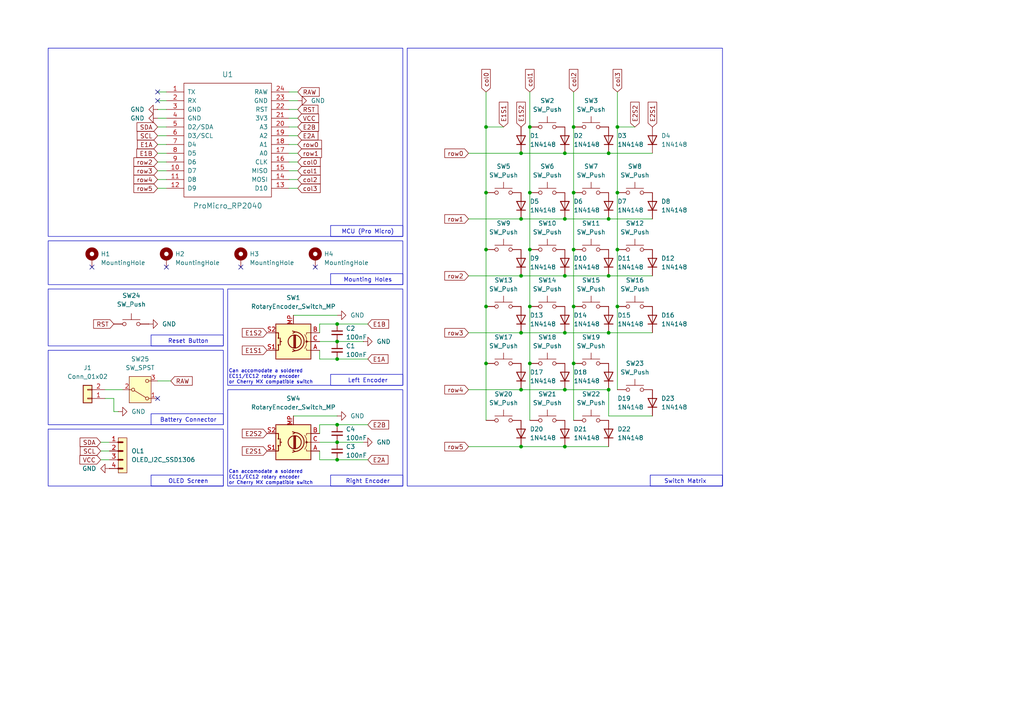
<source format=kicad_sch>
(kicad_sch (version 20231120) (generator "eeschema") (generator_version "8.0")
  (paper "A4")
  (lib_symbols
    (symbol "Connector_Generic:Conn_01x02" (pin_names (offset 1.016) hide)
      (property "Reference" "J" (at 0 2.54 0))
      (property "Value" "Conn_01x02" (at 0 -5.08 0))
      (symbol "Conn_01x02_1_1"
        (rectangle (start -1.27 -2.413) (end 0 -2.667) (stroke (width 0.1524)))
        (rectangle (start -1.27 0.127) (end 0 -0.127) (stroke (width 0.1524)))
        (rectangle (start -1.27 1.27) (end 1.27 -3.81) (stroke (width 0.254)) (fill (type background)))
        (pin passive line (at -5.08 0 0) (length 3.81) (name "Pin_1") (number "1"))
        (pin passive line (at -5.08 -2.54 0) (length 3.81) (name "Pin_2") (number "2"))
      )
    )
    (symbol "Device:C_Small" (pin_numbers hide) (pin_names (offset 0.254) hide)
      (property "Reference" "C" (at 0.254 1.778 0))
      (property "Value" "C_Small" (at 0.254 -2.032 0))
      (symbol "C_Small_0_1"
        (polyline (pts (xy -1.524 -0.508) (xy 1.524 -0.508)) (stroke (width 0.3302)))
        (polyline (pts (xy -1.524 0.508) (xy 1.524 0.508)) (stroke (width 0.3048)))
      )
      (symbol "C_Small_1_1"
        (pin passive line (at 0 2.54 270) (length 2.032) (name "~") (number "1"))
        (pin passive line (at 0 -2.54 90) (length 2.032) (name "~") (number "2"))
      )
    )
    (symbol "Device:RotaryEncoder_Switch_MP" (pin_names (offset 0.254) hide)
      (property "Reference" "SW" (at 0 8.89 0))
      (property "Value" "RotaryEncoder_Switch_MP" (at 0 6.35 0))
      (symbol "RotaryEncoder_Switch_MP_0_1"
        (rectangle (start -5.08 5.08) (end 5.08 -5.08) (stroke (width 0.254)) (fill (type background)))
        (circle (center -3.81 0) (radius 0.254) (fill (type outline)))
        (circle (center -0.381 0) (radius 1.905) (stroke (width 0.254)))
        (arc (start -0.381 2.667) (mid -3.0988 -0.0635) (end -0.381 -2.794) (stroke (width 0.254)))
        (polyline (pts (xy -0.635 -1.778) (xy -0.635 1.778)) (stroke (width 0.254)))
        (polyline (pts (xy -0.381 -1.778) (xy -0.381 1.778)) (stroke (width 0.254)))
        (polyline (pts (xy -0.127 1.778) (xy -0.127 -1.778)) (stroke (width 0.254)))
        (polyline (pts (xy 3.81 0) (xy 3.429 0)) (stroke (width 0.254)))
        (polyline (pts (xy 3.81 1.016) (xy 3.81 -1.016)) (stroke (width 0.254)))
        (polyline (pts (xy -5.08 -2.54) (xy -3.81 -2.54) (xy -3.81 -2.032)))
        (polyline (pts (xy -5.08 2.54) (xy -3.81 2.54) (xy -3.81 2.032)))
        (polyline (pts (xy 0.254 -3.048) (xy -0.508 -2.794) (xy 0.127 -2.413)) (stroke (width 0.254)))
        (polyline (pts (xy 0.254 2.921) (xy -0.508 2.667) (xy 0.127 2.286)) (stroke (width 0.254)))
        (polyline (pts (xy 5.08 -2.54) (xy 4.318 -2.54) (xy 4.318 -1.016)) (stroke (width 0.254)))
        (polyline (pts (xy 5.08 2.54) (xy 4.318 2.54) (xy 4.318 1.016)) (stroke (width 0.254)))
        (polyline (pts (xy -5.08 0) (xy -3.81 0) (xy -3.81 -1.016) (xy -3.302 -2.032)))
        (polyline (pts (xy -4.318 0) (xy -3.81 0) (xy -3.81 1.016) (xy -3.302 2.032)))
        (circle (center 4.318 -1.016) (radius 0.127) (stroke (width 0.254)))
        (circle (center 4.318 1.016) (radius 0.127) (stroke (width 0.254)))
      )
      (symbol "RotaryEncoder_Switch_MP_1_1"
        (pin passive line (at -7.62 2.54 0) (length 2.54) (name "A") (number "A"))
        (pin passive line (at -7.62 -2.54 0) (length 2.54) (name "B") (number "B"))
        (pin passive line (at -7.62 0 0) (length 2.54) (name "C") (number "C"))
        (pin passive line (at 0 -7.62 90) (length 2.54) (name "MP") (number "MP"))
        (pin passive line (at 7.62 2.54 180) (length 2.54) (name "S1") (number "S1"))
        (pin passive line (at 7.62 -2.54 180) (length 2.54) (name "S2") (number "S2"))
      )
    )
    (symbol "Diode:1N4148" (pin_numbers hide) (pin_names hide)
      (property "Reference" "D" (at 0 2.54 0))
      (property "Value" "1N4148" (at 0 -2.54 0))
      (symbol "1N4148_0_1"
        (polyline (pts (xy -1.27 1.27) (xy -1.27 -1.27)) (stroke (width 0.254)))
        (polyline (pts (xy 1.27 0) (xy -1.27 0)))
        (polyline (pts (xy 1.27 1.27) (xy 1.27 -1.27) (xy -1.27 0) (xy 1.27 1.27)) (stroke (width 0.254)))
      )
      (symbol "1N4148_1_1"
        (pin passive line (at -3.81 0 0) (length 2.54) (name "K") (number "1"))
        (pin passive line (at 3.81 0 180) (length 2.54) (name "A") (number "2"))
      )
    )
    (symbol "LKBD_MCU:ProMicro_RP2040" (pin_names (offset 1.016))
      (property "Reference" "U" (at 0 19.05 0))
      (property "Value" "ProMicro_RP2040" (at 0 -19.05 0))
      (symbol "ProMicro_RP2040_0_1"
        (rectangle (start -12.7 16.51) (end 12.7 -16.51))
      )
      (symbol "ProMicro_RP2040_1_1"
        (pin bidirectional line (at -17.78 13.97 0) (length 5.08) (name "TX") (number "1"))
        (pin bidirectional line (at -17.78 -8.89 0) (length 5.08) (name "D7") (number "10"))
        (pin bidirectional line (at -17.78 -11.43 0) (length 5.08) (name "D8") (number "11"))
        (pin bidirectional line (at -17.78 -13.97 0) (length 5.08) (name "D9") (number "12"))
        (pin bidirectional line (at 17.78 -13.97 180) (length 5.08) (name "D10") (number "13"))
        (pin bidirectional line (at 17.78 -11.43 180) (length 5.08) (name "MOSI") (number "14"))
        (pin bidirectional line (at 17.78 -8.89 180) (length 5.08) (name "MISO") (number "15"))
        (pin bidirectional line (at 17.78 -6.35 180) (length 5.08) (name "CLK") (number "16"))
        (pin bidirectional line (at 17.78 -3.81 180) (length 5.08) (name "A0") (number "17"))
        (pin bidirectional line (at 17.78 -1.27 180) (length 5.08) (name "A1") (number "18"))
        (pin bidirectional line (at 17.78 1.27 180) (length 5.08) (name "A2") (number "19"))
        (pin bidirectional line (at -17.78 11.43 0) (length 5.08) (name "RX") (number "2"))
        (pin bidirectional line (at 17.78 3.81 180) (length 5.08) (name "A3") (number "20"))
        (pin power_in line (at 17.78 6.35 180) (length 5.08) (name "3V3") (number "21"))
        (pin input line (at 17.78 8.89 180) (length 5.08) (name "RST") (number "22"))
        (pin power_in line (at 17.78 11.43 180) (length 5.08) (name "GND") (number "23"))
        (pin power_out line (at 17.78 13.97 180) (length 5.08) (name "RAW") (number "24"))
        (pin power_in line (at -17.78 8.89 0) (length 5.08) (name "GND") (number "3"))
        (pin power_in line (at -17.78 6.35 0) (length 5.08) (name "GND") (number "4"))
        (pin bidirectional line (at -17.78 3.81 0) (length 5.08) (name "D2/SDA") (number "5"))
        (pin bidirectional line (at -17.78 1.27 0) (length 5.08) (name "D3/SCL") (number "6"))
        (pin bidirectional line (at -17.78 -1.27 0) (length 5.08) (name "D4") (number "7"))
        (pin bidirectional line (at -17.78 -3.81 0) (length 5.08) (name "D5") (number "8"))
        (pin bidirectional line (at -17.78 -6.35 0) (length 5.08) (name "D6") (number "9"))
      )
    )
    (symbol "Mechanical:MountingHole_Pad" (pin_numbers hide) (pin_names (offset 1.016) hide) (exclude_from_sim yes) (in_bom no)
      (property "Reference" "H" (at 0 6.35 0))
      (property "Value" "MountingHole_Pad" (at 0 4.445 0))
      (symbol "MountingHole_Pad_0_1"
        (circle (center 0 1.27) (radius 1.27) (stroke (width 1.27)))
      )
      (symbol "MountingHole_Pad_1_1"
        (pin input line (at 0 -2.54 90) (length 2.54) (name "1") (number "1"))
      )
    )
    (symbol "PCM_SL_Pin_Headers:PINHD_1x4_Male"
      (property "Reference" "J" (at 0 8.89 0))
      (property "Value" "PINHD_1x4_Male" (at 0 6.35 0))
      (symbol "PINHD_1x4_Male_0_1"
        (rectangle (start -1.27 5.08) (end 1.27 -5.08) (fill (type background)))
        (polyline (pts (xy -1.27 -3.81) (xy 0 -3.81)) (stroke (width 0.3)))
        (polyline (pts (xy -1.27 -3.81) (xy 0 -3.81)) (stroke (width 0.5)))
        (polyline (pts (xy -1.27 -1.27) (xy 0 -1.27)) (stroke (width 0.3)))
        (polyline (pts (xy -1.27 -1.27) (xy 0 -1.27)) (stroke (width 0.5)))
        (polyline (pts (xy -1.27 1.27) (xy 0 1.27)) (stroke (width 0.3)))
        (polyline (pts (xy -1.27 1.27) (xy 0 1.27)) (stroke (width 0.5)))
        (polyline (pts (xy -1.27 3.81) (xy 0 3.81)) (stroke (width 0.3)))
        (polyline (pts (xy -1.27 3.81) (xy 0 3.81)) (stroke (width 0.5)))
      )
      (symbol "PINHD_1x4_Male_1_1"
        (pin passive line (at -3.81 3.81 0) (length 2.54) (name "") (number "1"))
        (pin passive line (at -3.81 1.27 0) (length 2.54) (name "") (number "2"))
        (pin passive line (at -3.81 -1.27 0) (length 2.54) (name "") (number "3"))
        (pin passive line (at -3.81 -3.81 0) (length 2.54) (name "") (number "4"))
      )
    )
    (symbol "Switch:SW_Push" (pin_numbers hide) (pin_names (offset 1.016) hide)
      (property "Reference" "SW" (at 1.27 2.54 0))
      (property "Value" "SW_Push" (at 0 -1.524 0))
      (symbol "SW_Push_0_1"
        (circle (center -2.032 0) (radius 0.508))
        (polyline (pts (xy 0 1.27) (xy 0 3.048)))
        (polyline (pts (xy 2.54 1.27) (xy -2.54 1.27)))
        (circle (center 2.032 0) (radius 0.508))
        (pin passive line (at -5.08 0 0) (length 2.54) (name "1") (number "1"))
        (pin passive line (at 5.08 0 180) (length 2.54) (name "2") (number "2"))
      )
    )
    (symbol "Switch:SW_SPDT" (pin_names (offset 0) hide)
      (property "Reference" "SW" (at 0 5.08 0))
      (property "Value" "SW_SPDT" (at 0 -5.08 0))
      (symbol "SW_SPDT_0_1"
        (circle (center -2.032 0) (radius 0.4572))
        (polyline (pts (xy -1.651 0.254) (xy 1.651 2.286)))
        (circle (center 2.032 -2.54) (radius 0.4572))
        (circle (center 2.032 2.54) (radius 0.4572))
      )
      (symbol "SW_SPDT_1_1"
        (rectangle (start -3.175 3.81) (end 3.175 -3.81) (fill (type background)))
        (pin passive line (at 5.08 2.54 180) (length 2.54) (name "A") (number "1"))
        (pin passive line (at -5.08 0 0) (length 2.54) (name "B") (number "2"))
        (pin passive line (at 5.08 -2.54 180) (length 2.54) (name "C") (number "3"))
      )
    )
    (symbol "power:GND" (power) (pin_numbers hide) (pin_names (offset 0) hide)
      (property "Value" "GND" (at 0 -3.81 0))
      (symbol "GND_0_1"
        (polyline (pts (xy 0 0) (xy 0 -1.27) (xy 1.27 -1.27) (xy 0 -2.54) (xy -1.27 -1.27) (xy 0 -1.27)))
      )
      (symbol "GND_1_1"
        (pin power_in line (at 0 0 270) (length 0) (name "~") (number "1"))
      )
    )
  )
  (junction (at 97.79 104.14))
  (junction (at 140.97 72.39))
  (junction (at 140.97 36.83))
  (junction (at 153.67 55.88))
  (junction (at 151.13 63.5))
  (junction (at 179.07 55.88))
  (junction (at 140.97 105.41))
  (junction (at 163.83 96.52))
  (junction (at 151.13 113.03))
  (junction (at 97.79 133.35))
  (junction (at 153.67 105.41))
  (junction (at 163.83 44.45))
  (junction (at 176.53 96.52))
  (junction (at 166.37 88.9))
  (junction (at 97.79 99.06))
  (junction (at 163.83 113.03))
  (junction (at 140.97 88.9))
  (junction (at 97.79 123.19))
  (junction (at 176.53 44.45))
  (junction (at 140.97 55.88))
  (junction (at 179.07 72.39))
  (junction (at 179.07 36.83))
  (junction (at 151.13 96.52))
  (junction (at 176.53 63.5))
  (junction (at 179.07 88.9))
  (junction (at 153.67 72.39))
  (junction (at 166.37 105.41))
  (junction (at 176.53 80.01))
  (junction (at 166.37 72.39))
  (junction (at 151.13 44.45))
  (junction (at 163.83 63.5))
  (junction (at 97.79 128.27))
  (junction (at 166.37 55.88))
  (junction (at 153.67 36.83))
  (junction (at 151.13 129.54))
  (junction (at 163.83 80.01))
  (junction (at 166.37 36.83))
  (junction (at 151.13 80.01))
  (junction (at 163.83 129.54))
  (junction (at 97.79 93.98))
  (junction (at 153.67 88.9))
  (junction (at 176.53 113.03))
  (no_connect (at 48.26 77.47))
  (no_connect (at 45.72 26.67))
  (no_connect (at 26.67 77.47))
  (no_connect (at 91.44 77.47))
  (no_connect (at 45.72 115.57))
  (no_connect (at 45.72 29.21))
  (no_connect (at 69.85 77.47))
  (wire (pts (xy 179.07 55.88) (xy 179.07 72.39)))
  (wire (pts (xy 92.71 99.06) (xy 97.79 99.06)))
  (wire (pts (xy 163.83 96.52) (xy 151.13 96.52)))
  (wire (pts (xy 163.83 63.5) (xy 151.13 63.5)))
  (wire (pts (xy 92.71 101.6) (xy 92.71 104.14)))
  (wire (pts (xy 151.13 63.5) (xy 135.89 63.5)))
  (wire (pts (xy 45.72 34.29) (xy 48.26 34.29)))
  (wire (pts (xy 92.71 133.35) (xy 97.79 133.35)))
  (wire (pts (xy 92.71 125.73) (xy 92.71 123.19)))
  (wire (pts (xy 153.67 105.41) (xy 153.67 121.92)))
  (wire (pts (xy 97.79 133.35) (xy 106.68 133.35)))
  (wire (pts (xy 140.97 88.9) (xy 140.97 105.41)))
  (wire (pts (xy 140.97 26.67) (xy 140.97 36.83)))
  (wire (pts (xy 45.72 36.83) (xy 48.26 36.83)))
  (wire (pts (xy 176.53 120.65) (xy 189.23 120.65)))
  (wire (pts (xy 176.53 113.03) (xy 163.83 113.03)))
  (wire (pts (xy 140.97 72.39) (xy 140.97 88.9)))
  (wire (pts (xy 105.41 128.27) (xy 97.79 128.27)))
  (wire (pts (xy 166.37 105.41) (xy 166.37 121.92)))
  (wire (pts (xy 176.53 44.45) (xy 163.83 44.45)))
  (wire (pts (xy 153.67 88.9) (xy 153.67 105.41)))
  (wire (pts (xy 86.36 41.91) (xy 83.82 41.91)))
  (wire (pts (xy 29.21 133.35) (xy 31.75 133.35)))
  (wire (pts (xy 176.53 129.54) (xy 163.83 129.54)))
  (wire (pts (xy 86.36 44.45) (xy 83.82 44.45)))
  (wire (pts (xy 176.53 63.5) (xy 189.23 63.5)))
  (wire (pts (xy 45.72 39.37) (xy 48.26 39.37)))
  (wire (pts (xy 166.37 26.67) (xy 166.37 36.83)))
  (wire (pts (xy 45.72 49.53) (xy 48.26 49.53)))
  (wire (pts (xy 33.02 119.38) (xy 34.29 119.38)))
  (wire (pts (xy 176.53 96.52) (xy 163.83 96.52)))
  (wire (pts (xy 140.97 55.88) (xy 140.97 72.39)))
  (wire (pts (xy 140.97 36.83) (xy 140.97 55.88)))
  (wire (pts (xy 97.79 123.19) (xy 106.68 123.19)))
  (wire (pts (xy 153.67 36.83) (xy 153.67 55.88)))
  (wire (pts (xy 30.48 113.03) (xy 35.56 113.03)))
  (wire (pts (xy 166.37 55.88) (xy 166.37 72.39)))
  (wire (pts (xy 163.83 129.54) (xy 151.13 129.54)))
  (wire (pts (xy 179.07 36.83) (xy 179.07 55.88)))
  (wire (pts (xy 166.37 72.39) (xy 166.37 88.9)))
  (wire (pts (xy 33.02 119.38) (xy 33.02 115.57)))
  (wire (pts (xy 153.67 55.88) (xy 153.67 72.39)))
  (wire (pts (xy 166.37 88.9) (xy 166.37 105.41)))
  (wire (pts (xy 166.37 36.83) (xy 166.37 55.88)))
  (wire (pts (xy 45.72 41.91) (xy 48.26 41.91)))
  (wire (pts (xy 163.83 113.03) (xy 151.13 113.03)))
  (wire (pts (xy 45.72 26.67) (xy 48.26 26.67)))
  (wire (pts (xy 179.07 88.9) (xy 179.07 113.03)))
  (wire (pts (xy 45.72 44.45) (xy 48.26 44.45)))
  (wire (pts (xy 92.71 130.81) (xy 92.71 133.35)))
  (wire (pts (xy 163.83 44.45) (xy 151.13 44.45)))
  (wire (pts (xy 33.02 115.57) (xy 30.48 115.57)))
  (wire (pts (xy 45.72 110.49) (xy 49.53 110.49)))
  (wire (pts (xy 86.36 26.67) (xy 83.82 26.67)))
  (wire (pts (xy 151.13 80.01) (xy 135.89 80.01)))
  (wire (pts (xy 86.36 36.83) (xy 83.82 36.83)))
  (wire (pts (xy 97.79 91.44) (xy 85.09 91.44)))
  (wire (pts (xy 140.97 36.83) (xy 146.05 36.83)))
  (wire (pts (xy 151.13 129.54) (xy 135.89 129.54)))
  (wire (pts (xy 140.97 105.41) (xy 140.97 121.92)))
  (wire (pts (xy 153.67 26.67) (xy 153.67 36.83)))
  (wire (pts (xy 86.36 29.21) (xy 83.82 29.21)))
  (wire (pts (xy 184.15 36.83) (xy 179.07 36.83)))
  (wire (pts (xy 176.53 80.01) (xy 189.23 80.01)))
  (wire (pts (xy 86.36 31.75) (xy 83.82 31.75)))
  (wire (pts (xy 92.71 96.52) (xy 92.71 93.98)))
  (wire (pts (xy 29.21 128.27) (xy 31.75 128.27)))
  (wire (pts (xy 92.71 123.19) (xy 97.79 123.19)))
  (wire (pts (xy 86.36 49.53) (xy 83.82 49.53)))
  (wire (pts (xy 83.82 52.07) (xy 86.36 52.07)))
  (wire (pts (xy 86.36 34.29) (xy 83.82 34.29)))
  (wire (pts (xy 176.53 80.01) (xy 163.83 80.01)))
  (wire (pts (xy 86.36 39.37) (xy 83.82 39.37)))
  (wire (pts (xy 97.79 104.14) (xy 106.68 104.14)))
  (wire (pts (xy 176.53 63.5) (xy 163.83 63.5)))
  (wire (pts (xy 45.72 52.07) (xy 48.26 52.07)))
  (wire (pts (xy 105.41 99.06) (xy 97.79 99.06)))
  (wire (pts (xy 176.53 120.65) (xy 176.53 113.03)))
  (wire (pts (xy 92.71 104.14) (xy 97.79 104.14)))
  (wire (pts (xy 97.79 120.65) (xy 85.09 120.65)))
  (wire (pts (xy 163.83 80.01) (xy 151.13 80.01)))
  (wire (pts (xy 45.72 46.99) (xy 48.26 46.99)))
  (wire (pts (xy 151.13 96.52) (xy 135.89 96.52)))
  (wire (pts (xy 153.67 72.39) (xy 153.67 88.9)))
  (wire (pts (xy 176.53 96.52) (xy 189.23 96.52)))
  (wire (pts (xy 45.72 54.61) (xy 48.26 54.61)))
  (wire (pts (xy 29.21 130.81) (xy 31.75 130.81)))
  (wire (pts (xy 151.13 44.45) (xy 135.89 44.45)))
  (wire (pts (xy 92.71 128.27) (xy 97.79 128.27)))
  (wire (pts (xy 45.72 31.75) (xy 48.26 31.75)))
  (wire (pts (xy 83.82 54.61) (xy 86.36 54.61)))
  (wire (pts (xy 151.13 113.03) (xy 135.89 113.03)))
  (wire (pts (xy 92.71 93.98) (xy 97.79 93.98)))
  (wire (pts (xy 97.79 93.98) (xy 106.68 93.98)))
  (wire (pts (xy 86.36 46.99) (xy 83.82 46.99)))
  (wire (pts (xy 176.53 44.45) (xy 189.23 44.45)))
  (wire (pts (xy 179.07 26.67) (xy 179.07 36.83)))
  (wire (pts (xy 179.07 72.39) (xy 179.07 88.9)))
  (wire (pts (xy 45.72 29.21) (xy 48.26 29.21)))
  (rectangle (start 13.97 69.85) (end 116.84 82.55))
  (rectangle (start 95.885 79.375) (end 116.84 82.55))
  (rectangle (start 118.11 13.97) (end 209.55 140.97))
  (rectangle (start 43.815 120.015) (end 64.77 123.19))
  (rectangle (start 13.97 13.97) (end 116.84 68.58))
  (rectangle (start 13.97 101.6) (end 64.77 123.19))
  (rectangle (start 43.815 97.155) (end 64.77 100.33))
  (rectangle (start 188.595 137.795) (end 209.55 140.97))
  (rectangle (start 43.815 137.795) (end 64.77 140.97))
  (rectangle (start 13.97 124.46) (end 64.77 140.97))
  (rectangle (start 95.885 137.795) (end 116.84 140.97))
  (rectangle (start 13.97 83.82) (end 64.77 100.33))
  (rectangle (start 95.885 108.585) (end 116.84 111.76))
  (rectangle (start 95.885 65.405) (end 116.84 68.58))
  (rectangle (start 66.04 113.03) (end 116.84 140.97))
  (rectangle (start 66.04 83.82) (end 116.84 111.76))
  (text "Mounting Holes" (at 106.68 81.28 0) (effects (font (size 1.2 1.2))))
  (text "OLED Screen" (at 54.61 139.7 0) (effects (font (size 1.2 1.2))))
  (text "Reset Button" (at 54.61 99.06 0) (effects (font (size 1.2 1.2))))
  (text "MCU (Pro Micro)\n" (at 106.68 67.31 0) (effects (font (size 1.2 1.2))))
  (text "Right Encoder" (at 106.68 139.7 0) (effects (font (size 1.2 1.2))))
  (text "Left Encoder" (at 106.68 110.49 0) (effects (font (size 1.2 1.2))))
  (text "Can accomodate a soldered\nEC11/EC12 rotary encoder\nor Cherry MX compatible switch" (at 66.294 111.506 0) (effects (font (size 1 1)) (justify left bottom)))
  (text "Switch Matrix" (at 198.755 139.7 0) (effects (font (size 1.2 1.2))))
  (text "Battery Connector" (at 54.61 121.92 0) (effects (font (size 1.2 1.2))))
  (text "Can accomodate a soldered\nEC11/EC12 rotary encoder\nor Cherry MX compatible switch" (at 66.294 140.716 0) (effects (font (size 1 1)) (justify left bottom)))
  (global_label "SCL" (shape input) (at 45.72 39.37 180) (property "Intersheetrefs" "${INTERSHEET_REFS}" (effects (hide yes))))
  (global_label "E2S1" (shape input) (at 189.23 36.83 90) (property "Intersheetrefs" "${INTERSHEET_REFS}" (effects (hide yes))))
  (global_label "col3" (shape input) (at 179.07 26.67 90) (property "Intersheetrefs" "${INTERSHEET_REFS}" (effects (hide yes))))
  (global_label "VCC" (shape input) (at 29.21 133.35 180) (property "Intersheetrefs" "${INTERSHEET_REFS}" (effects (hide yes))))
  (global_label "row0" (shape input) (at 135.89 44.45 180) (property "Intersheetrefs" "${INTERSHEET_REFS}" (effects (hide yes))))
  (global_label "E1A" (shape input) (at 45.72 41.91 180) (property "Intersheetrefs" "${INTERSHEET_REFS}" (effects (hide yes))))
  (global_label "RST" (shape input) (at 86.36 31.75 0) (property "Intersheetrefs" "${INTERSHEET_REFS}" (effects (hide yes))))
  (global_label "row1" (shape input) (at 135.89 63.5 180) (property "Intersheetrefs" "${INTERSHEET_REFS}" (effects (hide yes))))
  (global_label "RAW" (shape input) (at 86.36 26.67 0) (property "Intersheetrefs" "${INTERSHEET_REFS}" (effects (hide yes))))
  (global_label "col1" (shape input) (at 153.67 26.67 90) (property "Intersheetrefs" "${INTERSHEET_REFS}" (effects (hide yes))))
  (global_label "col1" (shape input) (at 86.36 49.53 0) (property "Intersheetrefs" "${INTERSHEET_REFS}" (effects (hide yes))))
  (global_label "row3" (shape input) (at 135.89 96.52 180) (property "Intersheetrefs" "${INTERSHEET_REFS}" (effects (hide yes))))
  (global_label "RAW" (shape input) (at 49.53 110.49 0) (property "Intersheetrefs" "${INTERSHEET_REFS}" (effects (hide yes))))
  (global_label "row0" (shape input) (at 86.36 41.91 0) (property "Intersheetrefs" "${INTERSHEET_REFS}" (effects (hide yes))))
  (global_label "col2" (shape input) (at 166.37 26.67 90) (property "Intersheetrefs" "${INTERSHEET_REFS}" (effects (hide yes))))
  (global_label "row5" (shape input) (at 135.89 129.54 180) (property "Intersheetrefs" "${INTERSHEET_REFS}" (effects (hide yes))))
  (global_label "E2S2" (shape input) (at 184.15 36.83 90) (property "Intersheetrefs" "${INTERSHEET_REFS}" (effects (hide yes))))
  (global_label "E1B" (shape input) (at 106.68 93.98 0) (property "Intersheetrefs" "${INTERSHEET_REFS}" (effects (hide yes))))
  (global_label "row4" (shape input) (at 135.89 113.03 180) (property "Intersheetrefs" "${INTERSHEET_REFS}" (effects (hide yes))))
  (global_label "E2A" (shape input) (at 106.68 133.35 0) (property "Intersheetrefs" "${INTERSHEET_REFS}" (effects (hide yes))))
  (global_label "SDA" (shape input) (at 45.72 36.83 180) (property "Intersheetrefs" "${INTERSHEET_REFS}" (effects (hide yes))))
  (global_label "SDA" (shape input) (at 29.21 128.27 180) (property "Intersheetrefs" "${INTERSHEET_REFS}" (effects (hide yes))))
  (global_label "SCL" (shape input) (at 29.21 130.81 180) (property "Intersheetrefs" "${INTERSHEET_REFS}" (effects (hide yes))))
  (global_label "col3" (shape input) (at 86.36 54.61 0) (property "Intersheetrefs" "${INTERSHEET_REFS}" (effects (hide yes))))
  (global_label "E1S2" (shape input) (at 77.47 96.52 180) (property "Intersheetrefs" "${INTERSHEET_REFS}" (effects (hide yes))))
  (global_label "VCC" (shape input) (at 86.36 34.29 0) (property "Intersheetrefs" "${INTERSHEET_REFS}" (effects (hide yes))))
  (global_label "E2A" (shape input) (at 86.36 39.37 0) (property "Intersheetrefs" "${INTERSHEET_REFS}" (effects (hide yes))))
  (global_label "RST" (shape input) (at 33.02 93.98 180) (property "Intersheetrefs" "${INTERSHEET_REFS}" (effects (hide yes))))
  (global_label "E2S1" (shape input) (at 77.47 130.81 180) (property "Intersheetrefs" "${INTERSHEET_REFS}" (effects (hide yes))))
  (global_label "row2" (shape input) (at 135.89 80.01 180) (property "Intersheetrefs" "${INTERSHEET_REFS}" (effects (hide yes))))
  (global_label "col2" (shape input) (at 86.36 52.07 0) (property "Intersheetrefs" "${INTERSHEET_REFS}" (effects (hide yes))))
  (global_label "row4" (shape input) (at 45.72 52.07 180) (property "Intersheetrefs" "${INTERSHEET_REFS}" (effects (hide yes))))
  (global_label "E1S1" (shape input) (at 77.47 101.6 180) (property "Intersheetrefs" "${INTERSHEET_REFS}" (effects (hide yes))))
  (global_label "E1A" (shape input) (at 106.68 104.14 0) (property "Intersheetrefs" "${INTERSHEET_REFS}" (effects (hide yes))))
  (global_label "E1S2" (shape input) (at 151.13 36.83 90) (property "Intersheetrefs" "${INTERSHEET_REFS}" (effects (hide yes))))
  (global_label "E2B" (shape input) (at 86.36 36.83 0) (property "Intersheetrefs" "${INTERSHEET_REFS}" (effects (hide yes))))
  (global_label "row1" (shape input) (at 86.36 44.45 0) (property "Intersheetrefs" "${INTERSHEET_REFS}" (effects (hide yes))))
  (global_label "E2B" (shape input) (at 106.68 123.19 0) (property "Intersheetrefs" "${INTERSHEET_REFS}" (effects (hide yes))))
  (global_label "E2S2" (shape input) (at 77.47 125.73 180) (property "Intersheetrefs" "${INTERSHEET_REFS}" (effects (hide yes))))
  (global_label "row3" (shape input) (at 45.72 49.53 180) (property "Intersheetrefs" "${INTERSHEET_REFS}" (effects (hide yes))))
  (global_label "row5" (shape input) (at 45.72 54.61 180) (property "Intersheetrefs" "${INTERSHEET_REFS}" (effects (hide yes))))
  (global_label "col0" (shape input) (at 140.97 26.67 90) (property "Intersheetrefs" "${INTERSHEET_REFS}" (effects (hide yes))))
  (global_label "E1B" (shape input) (at 45.72 44.45 180) (property "Intersheetrefs" "${INTERSHEET_REFS}" (effects (hide yes))))
  (global_label "col0" (shape input) (at 86.36 46.99 0) (property "Intersheetrefs" "${INTERSHEET_REFS}" (effects (hide yes))))
  (global_label "E1S1" (shape input) (at 146.05 36.83 90) (property "Intersheetrefs" "${INTERSHEET_REFS}" (effects (hide yes))))
  (global_label "row2" (shape input) (at 45.72 46.99 180) (property "Intersheetrefs" "${INTERSHEET_REFS}" (effects (hide yes))))
  (symbol (lib_id "power:GND") (at 105.41 99.06 90) (unit 1)
    (property "Reference" "#PWR010" (effects (hide yes)))
    (property "Value" "GND" (at 109.22 99.0599 90) (effects (justify right)))
    (property "Description" "Power symbol creates a global label with name \"GND\" , ground" (effects (hide yes)))
  )
  (symbol (lib_id "Switch:SW_Push") (at 158.75 105.41 0) (unit 1)
    (property "Reference" "SW18" (at 158.75 97.79 0))
    (property "Value" "SW_Push" (at 158.75 100.33 0))
    (property "Footprint" "LKBD_KeySwitch:SW_MX_HotSwap_THT_sqSilk" (effects (hide yes)))
    (property "Description" "Push button switch, generic, two pins" (effects (hide yes)))
  )
  (symbol (lib_id "Diode:1N4148") (at 176.53 40.64 90) (unit 1)
    (property "Reference" "D3" (at 179.07 39.3699 90) (effects (justify right)))
    (property "Value" "1N4148" (at 179.07 41.9099 90) (effects (justify right)))
    (property "Footprint" "LKBD_Common:Diode_SMD+THT_SOD123_DO35_P7.62mm" (effects (hide yes)))
    (property "Datasheet" "https://assets.nexperia.com/documents/data-sheet/1N4148_1N4448.pdf" (effects (hide yes)))
    (property "Description" "100V 0.15A standard switching diode, DO-35" (effects (hide yes)))
    (property "Sim.Device" "D" (effects (hide yes)))
    (property "Sim.Pins" "1=K 2=A" (effects (hide yes)))
  )
  (symbol (lib_id "Switch:SW_Push") (at 171.45 88.9 0) (unit 1)
    (property "Reference" "SW15" (at 171.45 81.28 0))
    (property "Value" "SW_Push" (at 171.45 83.82 0))
    (property "Footprint" "LKBD_KeySwitch:SW_MX_HotSwap_THT_sqSilk" (effects (hide yes)))
    (property "Description" "Push button switch, generic, two pins" (effects (hide yes)))
  )
  (symbol (lib_id "Diode:1N4148") (at 151.13 40.64 90) (unit 1)
    (property "Reference" "D1" (at 153.67 39.3699 90) (effects (justify right)))
    (property "Value" "1N4148" (at 153.67 41.9099 90) (effects (justify right)))
    (property "Footprint" "LKBD_Common:Diode_SMD+THT_SOD123_DO35_P7.62mm" (effects (hide yes)))
    (property "Datasheet" "https://assets.nexperia.com/documents/data-sheet/1N4148_1N4448.pdf" (effects (hide yes)))
    (property "Description" "100V 0.15A standard switching diode, DO-35" (effects (hide yes)))
    (property "Sim.Device" "D" (effects (hide yes)))
    (property "Sim.Pins" "1=K 2=A" (effects (hide yes)))
  )
  (symbol (lib_id "Diode:1N4148") (at 176.53 92.71 90) (unit 1)
    (property "Reference" "D15" (at 179.07 91.4399 90) (effects (justify right)))
    (property "Value" "1N4148" (at 179.07 93.9799 90) (effects (justify right)))
    (property "Footprint" "LKBD_Common:Diode_SMD+THT_SOD123_DO35_P7.62mm" (effects (hide yes)))
    (property "Datasheet" "https://assets.nexperia.com/documents/data-sheet/1N4148_1N4448.pdf" (effects (hide yes)))
    (property "Description" "100V 0.15A standard switching diode, DO-35" (effects (hide yes)))
    (property "Sim.Device" "D" (effects (hide yes)))
    (property "Sim.Pins" "1=K 2=A" (effects (hide yes)))
  )
  (symbol (lib_id "Diode:1N4148") (at 163.83 92.71 90) (unit 1)
    (property "Reference" "D14" (at 166.37 91.4399 90) (effects (justify right)))
    (property "Value" "1N4148" (at 166.37 93.9799 90) (effects (justify right)))
    (property "Footprint" "LKBD_Common:Diode_SMD+THT_SOD123_DO35_P7.62mm" (effects (hide yes)))
    (property "Datasheet" "https://assets.nexperia.com/documents/data-sheet/1N4148_1N4448.pdf" (effects (hide yes)))
    (property "Description" "100V 0.15A standard switching diode, DO-35" (effects (hide yes)))
    (property "Sim.Device" "D" (effects (hide yes)))
    (property "Sim.Pins" "1=K 2=A" (effects (hide yes)))
  )
  (symbol (lib_id "Switch:SW_Push") (at 171.45 121.92 0) (unit 1)
    (property "Reference" "SW22" (at 171.45 114.3 0))
    (property "Value" "SW_Push" (at 171.45 116.84 0))
    (property "Footprint" "LKBD_KeySwitch:SW_MX_HotSwap_THT_sqSilk" (effects (hide yes)))
    (property "Description" "Push button switch, generic, two pins" (effects (hide yes)))
  )
  (symbol (lib_id "Diode:1N4148") (at 151.13 59.69 90) (unit 1)
    (property "Reference" "D5" (at 153.67 58.4199 90) (effects (justify right)))
    (property "Value" "1N4148" (at 153.67 60.9599 90) (effects (justify right)))
    (property "Footprint" "LKBD_Common:Diode_SMD+THT_SOD123_DO35_P7.62mm" (effects (hide yes)))
    (property "Datasheet" "https://assets.nexperia.com/documents/data-sheet/1N4148_1N4448.pdf" (effects (hide yes)))
    (property "Description" "100V 0.15A standard switching diode, DO-35" (effects (hide yes)))
    (property "Sim.Device" "D" (effects (hide yes)))
    (property "Sim.Pins" "1=K 2=A" (effects (hide yes)))
  )
  (symbol (lib_id "Diode:1N4148") (at 176.53 76.2 90) (unit 1)
    (property "Reference" "D11" (at 179.07 74.9299 90) (effects (justify right)))
    (property "Value" "1N4148" (at 179.07 77.4699 90) (effects (justify right)))
    (property "Footprint" "LKBD_Common:Diode_SMD+THT_SOD123_DO35_P7.62mm" (effects (hide yes)))
    (property "Datasheet" "https://assets.nexperia.com/documents/data-sheet/1N4148_1N4448.pdf" (effects (hide yes)))
    (property "Description" "100V 0.15A standard switching diode, DO-35" (effects (hide yes)))
    (property "Sim.Device" "D" (effects (hide yes)))
    (property "Sim.Pins" "1=K 2=A" (effects (hide yes)))
  )
  (symbol (lib_id "Diode:1N4148") (at 163.83 40.64 90) (unit 1)
    (property "Reference" "D2" (at 166.37 39.3699 90) (effects (justify right)))
    (property "Value" "1N4148" (at 166.37 41.9099 90) (effects (justify right)))
    (property "Footprint" "LKBD_Common:Diode_SMD+THT_SOD123_DO35_P7.62mm" (effects (hide yes)))
    (property "Datasheet" "https://assets.nexperia.com/documents/data-sheet/1N4148_1N4448.pdf" (effects (hide yes)))
    (property "Description" "100V 0.15A standard switching diode, DO-35" (effects (hide yes)))
    (property "Sim.Device" "D" (effects (hide yes)))
    (property "Sim.Pins" "1=K 2=A" (effects (hide yes)))
  )
  (symbol (lib_id "Diode:1N4148") (at 151.13 92.71 90) (unit 1)
    (property "Reference" "D13" (at 153.67 91.4399 90) (effects (justify right)))
    (property "Value" "1N4148" (at 153.67 93.9799 90) (effects (justify right)))
    (property "Footprint" "LKBD_Common:Diode_SMD+THT_SOD123_DO35_P7.62mm" (effects (hide yes)))
    (property "Datasheet" "https://assets.nexperia.com/documents/data-sheet/1N4148_1N4448.pdf" (effects (hide yes)))
    (property "Description" "100V 0.15A standard switching diode, DO-35" (effects (hide yes)))
    (property "Sim.Device" "D" (effects (hide yes)))
    (property "Sim.Pins" "1=K 2=A" (effects (hide yes)))
  )
  (symbol (lib_id "Diode:1N4148") (at 176.53 109.22 90) (unit 1)
    (property "Reference" "D19" (at 179.07 115.5699 90) (effects (justify right)))
    (property "Value" "1N4148" (at 179.07 118.1099 90) (effects (justify right)))
    (property "Footprint" "LKBD_Common:Diode_SMD+THT_SOD123_DO35_P7.62mm" (effects (hide yes)))
    (property "Datasheet" "https://assets.nexperia.com/documents/data-sheet/1N4148_1N4448.pdf" (effects (hide yes)))
    (property "Description" "100V 0.15A standard switching diode, DO-35" (effects (hide yes)))
    (property "Sim.Device" "D" (effects (hide yes)))
    (property "Sim.Pins" "1=K 2=A" (effects (hide yes)))
  )
  (symbol (lib_id "Switch:SW_Push") (at 158.75 55.88 0) (unit 1)
    (property "Reference" "SW6" (at 158.75 48.26 0))
    (property "Value" "SW_Push" (at 158.75 50.8 0))
    (property "Footprint" "LKBD_KeySwitch:SW_MX_HotSwap_THT_sqSilk" (effects (hide yes)))
    (property "Description" "Push button switch, generic, two pins" (effects (hide yes)))
  )
  (symbol (lib_id "Switch:SW_Push") (at 158.75 36.83 0) (unit 1)
    (property "Reference" "SW2" (at 158.75 29.21 0))
    (property "Value" "SW_Push" (at 158.75 31.75 0))
    (property "Footprint" "LKBD_KeySwitch:SW_MX_THT_sqSilk" (effects (hide yes)))
    (property "Description" "Push button switch, generic, two pins" (effects (hide yes)))
  )
  (symbol (lib_id "Switch:SW_Push") (at 171.45 36.83 0) (unit 1)
    (property "Reference" "SW3" (at 171.45 29.21 0))
    (property "Value" "SW_Push" (at 171.45 31.75 0))
    (property "Footprint" "LKBD_KeySwitch:SW_MX_THT_sqSilk" (effects (hide yes)))
    (property "Description" "Push button switch, generic, two pins" (effects (hide yes)))
  )
  (symbol (lib_id "Connector_Generic:Conn_01x02") (at 25.4 115.57 180) (unit 1)
    (property "Reference" "J1" (at 25.4 106.68 0))
    (property "Value" "Conn_01x02" (at 25.4 109.22 0))
    (property "Footprint" "Connector_JST:JST_PH_B2B-PH-K_1x02_P2.00mm_Vertical" (effects (hide yes)))
    (property "Description" "Generic connector, single row, 01x02, script generated (kicad-library-utils/schlib/autogen/connector/)" (effects (hide yes)))
  )
  (symbol (lib_id "Diode:1N4148") (at 151.13 109.22 90) (unit 1)
    (property "Reference" "D17" (at 153.67 107.9499 90) (effects (justify right)))
    (property "Value" "1N4148" (at 153.67 110.4899 90) (effects (justify right)))
    (property "Footprint" "LKBD_Common:Diode_SMD+THT_SOD123_DO35_P7.62mm" (effects (hide yes)))
    (property "Datasheet" "https://assets.nexperia.com/documents/data-sheet/1N4148_1N4448.pdf" (effects (hide yes)))
    (property "Description" "100V 0.15A standard switching diode, DO-35" (effects (hide yes)))
    (property "Sim.Device" "D" (effects (hide yes)))
    (property "Sim.Pins" "1=K 2=A" (effects (hide yes)))
  )
  (symbol (lib_id "Switch:SW_SPDT") (at 40.64 113.03 0) (mirror x) (unit 1)
    (property "Reference" "SW25" (at 40.64 104.14 0))
    (property "Value" "SW_SPST" (at 40.64 106.68 0))
    (property "Footprint" "Button_Switch_SMD:SW_SPDT_PCM12" (effects (hide yes)))
    (property "Description" "Switch, single pole double throw" (effects (hide yes)))
  )
  (symbol (lib_id "Switch:SW_Push") (at 171.45 72.39 0) (unit 1)
    (property "Reference" "SW11" (at 171.45 64.77 0))
    (property "Value" "SW_Push" (at 171.45 67.31 0))
    (property "Footprint" "LKBD_KeySwitch:SW_MX_HotSwap_THT_sqSilk" (effects (hide yes)))
    (property "Description" "Push button switch, generic, two pins" (effects (hide yes)))
  )
  (symbol (lib_id "Diode:1N4148") (at 189.23 76.2 90) (unit 1)
    (property "Reference" "D12" (at 191.77 74.9299 90) (effects (justify right)))
    (property "Value" "1N4148" (at 191.77 77.4699 90) (effects (justify right)))
    (property "Footprint" "LKBD_Common:Diode_SMD+THT_SOD123_DO35_P7.62mm" (effects (hide yes)))
    (property "Datasheet" "https://assets.nexperia.com/documents/data-sheet/1N4148_1N4448.pdf" (effects (hide yes)))
    (property "Description" "100V 0.15A standard switching diode, DO-35" (effects (hide yes)))
    (property "Sim.Device" "D" (effects (hide yes)))
    (property "Sim.Pins" "1=K 2=A" (effects (hide yes)))
  )
  (symbol (lib_id "power:GND") (at 105.41 128.27 90) (unit 1)
    (property "Reference" "#PWR04" (effects (hide yes)))
    (property "Value" "GND" (at 109.22 128.2699 90) (effects (justify right)))
    (property "Description" "Power symbol creates a global label with name \"GND\" , ground" (effects (hide yes)))
  )
  (symbol (lib_id "Diode:1N4148") (at 189.23 116.84 90) (unit 1)
    (property "Reference" "D23" (at 191.77 115.5699 90) (effects (justify right)))
    (property "Value" "1N4148" (at 191.77 118.1099 90) (effects (justify right)))
    (property "Footprint" "LKBD_Common:Diode_SMD+THT_SOD123_DO35_P7.62mm" (effects (hide yes)))
    (property "Datasheet" "https://assets.nexperia.com/documents/data-sheet/1N4148_1N4448.pdf" (effects (hide yes)))
    (property "Description" "100V 0.15A standard switching diode, DO-35" (effects (hide yes)))
    (property "Sim.Device" "D" (effects (hide yes)))
    (property "Sim.Pins" "1=K 2=A" (effects (hide yes)))
  )
  (symbol (lib_id "Device:C_Small") (at 97.79 125.73 0) (unit 1)
    (property "Reference" "C4" (at 100.33 124.4662 0) (effects (justify left)))
    (property "Value" "100nF" (at 100.33 127.0062 0) (effects (justify left)))
    (property "Footprint" "LKBD_Common:Capacitor_SMD+THT_1206_5.0x2.5mm_P5.00mm" (effects (hide yes)))
    (property "Description" "Unpolarized capacitor, small symbol" (effects (hide yes)))
  )
  (symbol (lib_id "power:GND") (at 45.72 34.29 270) (unit 1)
    (property "Reference" "#PWR06" (effects (hide yes)))
    (property "Value" "GND" (at 41.91 34.29 90) (effects (justify right)))
    (property "Description" "Power symbol creates a global label with name \"GND\" , ground" (effects (hide yes)))
  )
  (symbol (lib_id "Switch:SW_Push") (at 158.75 88.9 0) (unit 1)
    (property "Reference" "SW14" (at 158.75 81.28 0))
    (property "Value" "SW_Push" (at 158.75 83.82 0))
    (property "Footprint" "LKBD_KeySwitch:SW_MX_HotSwap_THT_sqSilk" (effects (hide yes)))
    (property "Description" "Push button switch, generic, two pins" (effects (hide yes)))
  )
  (symbol (lib_id "Switch:SW_Push") (at 184.15 88.9 0) (unit 1)
    (property "Reference" "SW16" (at 184.15 81.28 0))
    (property "Value" "SW_Push" (at 184.15 83.82 0))
    (property "Footprint" "LKBD_KeySwitch:SW_MX_HotSwap_THT_sqSilk" (effects (hide yes)))
    (property "Description" "Push button switch, generic, two pins" (effects (hide yes)))
  )
  (symbol (lib_id "Diode:1N4148") (at 163.83 125.73 90) (unit 1)
    (property "Reference" "D21" (at 166.37 124.4599 90) (effects (justify right)))
    (property "Value" "1N4148" (at 166.37 126.9999 90) (effects (justify right)))
    (property "Footprint" "LKBD_Common:Diode_SMD+THT_SOD123_DO35_P7.62mm" (effects (hide yes)))
    (property "Datasheet" "https://assets.nexperia.com/documents/data-sheet/1N4148_1N4448.pdf" (effects (hide yes)))
    (property "Description" "100V 0.15A standard switching diode, DO-35" (effects (hide yes)))
    (property "Sim.Device" "D" (effects (hide yes)))
    (property "Sim.Pins" "1=K 2=A" (effects (hide yes)))
  )
  (symbol (lib_id "Mechanical:MountingHole_Pad") (at 69.85 74.93 0) (unit 1) (exclude_from_sim yes) (in_bom no)
    (property "Reference" "H3" (at 72.39 73.6599 0) (effects (justify left)))
    (property "Value" "MountingHole" (at 72.39 76.1999 0) (effects (justify left)))
    (property "Footprint" "MountingHole:MountingHole_2.2mm_M2_ISO14580_Pad" (effects (hide yes)))
    (property "Description" "Mounting Hole with connection" (effects (hide yes)))
  )
  (symbol (lib_id "Diode:1N4148") (at 163.83 109.22 90) (unit 1)
    (property "Reference" "D18" (at 166.37 107.9499 90) (effects (justify right)))
    (property "Value" "1N4148" (at 166.37 110.4899 90) (effects (justify right)))
    (property "Footprint" "LKBD_Common:Diode_SMD+THT_SOD123_DO35_P7.62mm" (effects (hide yes)))
    (property "Datasheet" "https://assets.nexperia.com/documents/data-sheet/1N4148_1N4448.pdf" (effects (hide yes)))
    (property "Description" "100V 0.15A standard switching diode, DO-35" (effects (hide yes)))
    (property "Sim.Device" "D" (effects (hide yes)))
    (property "Sim.Pins" "1=K 2=A" (effects (hide yes)))
  )
  (symbol (lib_id "Switch:SW_Push") (at 171.45 55.88 0) (unit 1)
    (property "Reference" "SW7" (at 171.45 48.26 0))
    (property "Value" "SW_Push" (at 171.45 50.8 0))
    (property "Footprint" "LKBD_KeySwitch:SW_MX_HotSwap_THT_sqSilk" (effects (hide yes)))
    (property "Description" "Push button switch, generic, two pins" (effects (hide yes)))
  )
  (symbol (lib_id "Diode:1N4148") (at 189.23 40.64 90) (unit 1)
    (property "Reference" "D4" (at 191.77 39.3699 90) (effects (justify right)))
    (property "Value" "1N4148" (at 191.77 41.9099 90) (effects (justify right)))
    (property "Footprint" "LKBD_Common:Diode_SMD+THT_SOD123_DO35_P7.62mm" (effects (hide yes)))
    (property "Datasheet" "https://assets.nexperia.com/documents/data-sheet/1N4148_1N4448.pdf" (effects (hide yes)))
    (property "Description" "100V 0.15A standard switching diode, DO-35" (effects (hide yes)))
    (property "Sim.Device" "D" (effects (hide yes)))
    (property "Sim.Pins" "1=K 2=A" (effects (hide yes)))
  )
  (symbol (lib_id "Diode:1N4148") (at 163.83 59.69 90) (unit 1)
    (property "Reference" "D6" (at 166.37 58.4199 90) (effects (justify right)))
    (property "Value" "1N4148" (at 166.37 60.9599 90) (effects (justify right)))
    (property "Footprint" "LKBD_Common:Diode_SMD+THT_SOD123_DO35_P7.62mm" (effects (hide yes)))
    (property "Datasheet" "https://assets.nexperia.com/documents/data-sheet/1N4148_1N4448.pdf" (effects (hide yes)))
    (property "Description" "100V 0.15A standard switching diode, DO-35" (effects (hide yes)))
    (property "Sim.Device" "D" (effects (hide yes)))
    (property "Sim.Pins" "1=K 2=A" (effects (hide yes)))
  )
  (symbol (lib_id "Mechanical:MountingHole_Pad") (at 26.67 74.93 0) (unit 1) (exclude_from_sim yes) (in_bom no)
    (property "Reference" "H1" (at 29.21 73.66 0) (effects (justify left)))
    (property "Value" "MountingHole" (at 29.21 76.2 0) (effects (justify left)))
    (property "Footprint" "MountingHole:MountingHole_2.2mm_M2_ISO14580_Pad" (effects (hide yes)))
    (property "Description" "Mounting Hole with connection" (effects (hide yes)))
  )
  (symbol (lib_id "Switch:SW_Push") (at 146.05 105.41 0) (unit 1)
    (property "Reference" "SW17" (at 146.05 97.79 0))
    (property "Value" "SW_Push" (at 146.05 100.33 0))
    (property "Footprint" "LKBD_KeySwitch:SW_MX_HotSwap_THT_sqSilk" (effects (hide yes)))
    (property "Description" "Push button switch, generic, two pins" (effects (hide yes)))
  )
  (symbol (lib_id "Switch:SW_Push") (at 158.75 121.92 0) (unit 1)
    (property "Reference" "SW21" (at 158.75 114.3 0))
    (property "Value" "SW_Push" (at 158.75 116.84 0))
    (property "Footprint" "LKBD_KeySwitch:SW_MX_HotSwap_THT_sqSilk" (effects (hide yes)))
    (property "Description" "Push button switch, generic, two pins" (effects (hide yes)))
  )
  (symbol (lib_id "power:GND") (at 86.36 29.21 90) (unit 1)
    (property "Reference" "#PWR03" (effects (hide yes)))
    (property "Value" "GND" (at 90.17 29.21 90) (effects (justify right)))
    (property "Description" "Power symbol creates a global label with name \"GND\" , ground" (effects (hide yes)))
  )
  (symbol (lib_id "Mechanical:MountingHole_Pad") (at 91.44 74.93 0) (unit 1) (exclude_from_sim yes) (in_bom no)
    (property "Reference" "H4" (at 93.98 73.66 0) (effects (justify left)))
    (property "Value" "MountingHole" (at 93.98 76.2 0) (effects (justify left)))
    (property "Footprint" "MountingHole:MountingHole_2.2mm_M2_ISO14580_Pad" (effects (hide yes)))
    (property "Description" "Mounting Hole with connection" (effects (hide yes)))
  )
  (symbol (lib_id "Diode:1N4148") (at 189.23 92.71 90) (unit 1)
    (property "Reference" "D16" (at 191.77 91.4399 90) (effects (justify right)))
    (property "Value" "1N4148" (at 191.77 93.9799 90) (effects (justify right)))
    (property "Footprint" "LKBD_Common:Diode_SMD+THT_SOD123_DO35_P7.62mm" (effects (hide yes)))
    (property "Datasheet" "https://assets.nexperia.com/documents/data-sheet/1N4148_1N4448.pdf" (effects (hide yes)))
    (property "Description" "100V 0.15A standard switching diode, DO-35" (effects (hide yes)))
    (property "Sim.Device" "D" (effects (hide yes)))
    (property "Sim.Pins" "1=K 2=A" (effects (hide yes)))
  )
  (symbol (lib_id "PCM_SL_Pin_Headers:PINHD_1x4_Male") (at 35.56 132.08 0) (unit 1)
    (property "Reference" "OL1" (at 38.1 130.8099 0) (effects (justify left)))
    (property "Value" "OLED_I2C_SSD1306" (at 38.1 133.3499 0) (effects (justify left)))
    (property "Footprint" "LKBD_OLED:OLED_SSD1306_128x32_0.91inch_I2C_btmSilk" (effects (hide yes)))
    (property "Description" "Pin Header male with pin space 2.54mm. Pin Count -4" (effects (hide yes)))
  )
  (symbol (lib_id "Switch:SW_Push") (at 184.15 113.03 0) (unit 1)
    (property "Reference" "SW23" (at 184.15 105.41 0))
    (property "Value" "SW_Push" (at 184.15 107.95 0))
    (property "Footprint" "LKBD_KeySwitch:SW_MX_2U_HotSwap_THT_sqSilk" (effects (hide yes)))
    (property "Description" "Push button switch, generic, two pins" (effects (hide yes)))
  )
  (symbol (lib_id "power:GND") (at 34.29 119.38 90) (unit 1)
    (property "Reference" "#PWR08" (effects (hide yes)))
    (property "Value" "GND" (at 38.1 119.3799 90) (effects (justify right)))
    (property "Description" "Power symbol creates a global label with name \"GND\" , ground" (effects (hide yes)))
  )
  (symbol (lib_id "Device:C_Small") (at 97.79 101.6 0) (unit 1)
    (property "Reference" "C1" (at 100.33 100.3362 0) (effects (justify left)))
    (property "Value" "100nF" (at 100.33 102.8762 0) (effects (justify left)))
    (property "Footprint" "LKBD_Common:Capacitor_SMD+THT_1206_5.0x2.5mm_P5.00mm" (effects (hide yes)))
    (property "Description" "Unpolarized capacitor, small symbol" (effects (hide yes)))
  )
  (symbol (lib_id "Switch:SW_Push") (at 171.45 105.41 0) (unit 1)
    (property "Reference" "SW19" (at 171.45 97.79 0))
    (property "Value" "SW_Push" (at 171.45 100.33 0))
    (property "Footprint" "LKBD_KeySwitch:SW_MX_HotSwap_THT_sqSilk" (effects (hide yes)))
    (property "Description" "Push button switch, generic, two pins" (effects (hide yes)))
  )
  (symbol (lib_id "Switch:SW_Push") (at 146.05 88.9 0) (unit 1)
    (property "Reference" "SW13" (at 146.05 81.28 0))
    (property "Value" "SW_Push" (at 146.05 83.82 0))
    (property "Footprint" "LKBD_KeySwitch:SW_MX_HotSwap_THT_sqSilk" (effects (hide yes)))
    (property "Description" "Push button switch, generic, two pins" (effects (hide yes)))
  )
  (symbol (lib_id "Device:RotaryEncoder_Switch_MP") (at 85.09 128.27 180) (unit 1)
    (property "Reference" "SW4" (at 85.09 115.57 0))
    (property "Value" "RotaryEncoder_Switch_MP" (at 85.09 118.11 0))
    (property "Footprint" "LKBD_KeySwitch:SW_MX_EC11_THT_sqSilk" (effects (hide yes)))
    (property "Description" "Rotary encoder, dual channel, incremental quadrate outputs, with switch and MP Pin" (effects (hide yes)))
  )
  (symbol (lib_id "Switch:SW_Push") (at 146.05 55.88 0) (unit 1)
    (property "Reference" "SW5" (at 146.05 48.26 0))
    (property "Value" "SW_Push" (at 146.05 50.8 0))
    (property "Footprint" "LKBD_KeySwitch:SW_MX_HotSwap_THT_sqSilk" (effects (hide yes)))
    (property "Description" "Push button switch, generic, two pins" (effects (hide yes)))
  )
  (symbol (lib_id "Switch:SW_Push") (at 146.05 121.92 0) (unit 1)
    (property "Reference" "SW20" (at 146.05 114.3 0))
    (property "Value" "SW_Push" (at 146.05 116.84 0))
    (property "Footprint" "LKBD_KeySwitch:SW_MX_HotSwap_THT_sqSilk" (effects (hide yes)))
    (property "Description" "Push button switch, generic, two pins" (effects (hide yes)))
  )
  (symbol (lib_id "Switch:SW_Push") (at 184.15 55.88 0) (unit 1)
    (property "Reference" "SW8" (at 184.15 48.26 0))
    (property "Value" "SW_Push" (at 184.15 50.8 0))
    (property "Footprint" "LKBD_KeySwitch:SW_MX_HotSwap_THT_sqSilk" (effects (hide yes)))
    (property "Description" "Push button switch, generic, two pins" (effects (hide yes)))
  )
  (symbol (lib_id "Switch:SW_Push") (at 38.1 93.98 0) (unit 1)
    (property "Reference" "SW24" (at 38.1 85.725 0))
    (property "Value" "SW_Push" (at 38.1 88.265 0))
    (property "Footprint" "Button_Switch_THT:SW_PUSH_1P1T_6x3.5mm_H4.3_APEM_MJTP1243" (effects (hide yes)))
    (property "Description" "Push button switch, generic, two pins" (effects (hide yes)))
  )
  (symbol (lib_id "Diode:1N4148") (at 176.53 125.73 90) (unit 1)
    (property "Reference" "D22" (at 179.07 124.4599 90) (effects (justify right)))
    (property "Value" "1N4148" (at 179.07 126.9999 90) (effects (justify right)))
    (property "Footprint" "LKBD_Common:Diode_SMD+THT_SOD123_DO35_P7.62mm" (effects (hide yes)))
    (property "Datasheet" "https://assets.nexperia.com/documents/data-sheet/1N4148_1N4448.pdf" (effects (hide yes)))
    (property "Description" "100V 0.15A standard switching diode, DO-35" (effects (hide yes)))
    (property "Sim.Device" "D" (effects (hide yes)))
    (property "Sim.Pins" "1=K 2=A" (effects (hide yes)))
  )
  (symbol (lib_id "power:GND") (at 43.18 93.98 90) (unit 1)
    (property "Reference" "#PWR01" (effects (hide yes)))
    (property "Value" "GND" (at 46.99 93.98 90) (effects (justify right)))
    (property "Description" "Power symbol creates a global label with name \"GND\" , ground" (effects (hide yes)))
  )
  (symbol (lib_id "power:GND") (at 97.79 120.65 90) (unit 1)
    (property "Reference" "#PWR02" (effects (hide yes)))
    (property "Value" "GND" (at 101.6 120.65 90) (effects (justify right)))
    (property "Description" "Power symbol creates a global label with name \"GND\" , ground" (effects (hide yes)))
  )
  (symbol (lib_id "Diode:1N4148") (at 151.13 76.2 90) (unit 1)
    (property "Reference" "D9" (at 153.67 74.9299 90) (effects (justify right)))
    (property "Value" "1N4148" (at 153.67 77.4699 90) (effects (justify right)))
    (property "Footprint" "LKBD_Common:Diode_SMD+THT_SOD123_DO35_P7.62mm" (effects (hide yes)))
    (property "Datasheet" "https://assets.nexperia.com/documents/data-sheet/1N4148_1N4448.pdf" (effects (hide yes)))
    (property "Description" "100V 0.15A standard switching diode, DO-35" (effects (hide yes)))
    (property "Sim.Device" "D" (effects (hide yes)))
    (property "Sim.Pins" "1=K 2=A" (effects (hide yes)))
  )
  (symbol (lib_id "Diode:1N4148") (at 176.53 59.69 90) (unit 1)
    (property "Reference" "D7" (at 179.07 58.4199 90) (effects (justify right)))
    (property "Value" "1N4148" (at 179.07 60.9599 90) (effects (justify right)))
    (property "Footprint" "LKBD_Common:Diode_SMD+THT_SOD123_DO35_P7.62mm" (effects (hide yes)))
    (property "Datasheet" "https://assets.nexperia.com/documents/data-sheet/1N4148_1N4448.pdf" (effects (hide yes)))
    (property "Description" "100V 0.15A standard switching diode, DO-35" (effects (hide yes)))
    (property "Sim.Device" "D" (effects (hide yes)))
    (property "Sim.Pins" "1=K 2=A" (effects (hide yes)))
  )
  (symbol (lib_id "Switch:SW_Push") (at 184.15 72.39 0) (unit 1)
    (property "Reference" "SW12" (at 184.15 64.77 0))
    (property "Value" "SW_Push" (at 184.15 67.31 0))
    (property "Footprint" "LKBD_KeySwitch:SW_MX_HotSwap_THT_sqSilk" (effects (hide yes)))
    (property "Description" "Push button switch, generic, two pins" (effects (hide yes)))
  )
  (symbol (lib_id "Device:C_Small") (at 97.79 130.81 0) (unit 1)
    (property "Reference" "C3" (at 100.33 129.5462 0) (effects (justify left)))
    (property "Value" "100nF" (at 100.33 132.0862 0) (effects (justify left)))
    (property "Footprint" "LKBD_Common:Capacitor_SMD+THT_1206_5.0x2.5mm_P5.00mm" (effects (hide yes)))
    (property "Description" "Unpolarized capacitor, small symbol" (effects (hide yes)))
  )
  (symbol (lib_id "Mechanical:MountingHole_Pad") (at 48.26 74.93 0) (unit 1) (exclude_from_sim yes) (in_bom no)
    (property "Reference" "H2" (at 50.8 73.66 0) (effects (justify left)))
    (property "Value" "MountingHole" (at 50.8 76.2 0) (effects (justify left)))
    (property "Footprint" "MountingHole:MountingHole_2.2mm_M2_ISO14580_Pad" (effects (hide yes)))
    (property "Description" "Mounting Hole with connection" (effects (hide yes)))
  )
  (symbol (lib_id "Diode:1N4148") (at 163.83 76.2 90) (unit 1)
    (property "Reference" "D10" (at 166.37 74.9299 90) (effects (justify right)))
    (property "Value" "1N4148" (at 166.37 77.4699 90) (effects (justify right)))
    (property "Footprint" "LKBD_Common:Diode_SMD+THT_SOD123_DO35_P7.62mm" (effects (hide yes)))
    (property "Datasheet" "https://assets.nexperia.com/documents/data-sheet/1N4148_1N4448.pdf" (effects (hide yes)))
    (property "Description" "100V 0.15A standard switching diode, DO-35" (effects (hide yes)))
    (property "Sim.Device" "D" (effects (hide yes)))
    (property "Sim.Pins" "1=K 2=A" (effects (hide yes)))
  )
  (symbol (lib_id "Switch:SW_Push") (at 158.75 72.39 0) (unit 1)
    (property "Reference" "SW10" (at 158.75 64.77 0))
    (property "Value" "SW_Push" (at 158.75 67.31 0))
    (property "Footprint" "LKBD_KeySwitch:SW_MX_HotSwap_THT_sqSilk" (effects (hide yes)))
    (property "Description" "Push button switch, generic, two pins" (effects (hide yes)))
  )
  (symbol (lib_id "LKBD_MCU:ProMicro_RP2040") (at 66.04 40.64 0) (unit 1)
    (property "Reference" "U1" (at 66.04 21.59 0) (effects (font (size 1.524 1.524))))
    (property "Value" "ProMicro_RP2040" (at 66.04 59.69 0) (effects (font (size 1.524 1.524))))
    (property "Footprint" "LKBD_MCU:MCU_KB2040_DIP-24_Socket_Reverse" (effects (hide yes)))
  )
  (symbol (lib_id "power:GND") (at 45.72 31.75 270) (unit 1)
    (property "Reference" "#PWR05" (effects (hide yes)))
    (property "Value" "GND" (at 41.91 31.75 90) (effects (justify right)))
    (property "Description" "Power symbol creates a global label with name \"GND\" , ground" (effects (hide yes)))
  )
  (symbol (lib_id "Diode:1N4148") (at 189.23 59.69 90) (unit 1)
    (property "Reference" "D8" (at 191.77 58.4199 90) (effects (justify right)))
    (property "Value" "1N4148" (at 191.77 60.9599 90) (effects (justify right)))
    (property "Footprint" "LKBD_Common:Diode_SMD+THT_SOD123_DO35_P7.62mm" (effects (hide yes)))
    (property "Datasheet" "https://assets.nexperia.com/documents/data-sheet/1N4148_1N4448.pdf" (effects (hide yes)))
    (property "Description" "100V 0.15A standard switching diode, DO-35" (effects (hide yes)))
    (property "Sim.Device" "D" (effects (hide yes)))
    (property "Sim.Pins" "1=K 2=A" (effects (hide yes)))
  )
  (symbol (lib_id "power:GND") (at 97.79 91.44 90) (unit 1)
    (property "Reference" "#PWR09" (effects (hide yes)))
    (property "Value" "GND" (at 101.6 91.44 90) (effects (justify right)))
    (property "Description" "Power symbol creates a global label with name \"GND\" , ground" (effects (hide yes)))
  )
  (symbol (lib_id "Switch:SW_Push") (at 146.05 72.39 0) (unit 1)
    (property "Reference" "SW9" (at 146.05 64.77 0))
    (property "Value" "SW_Push" (at 146.05 67.31 0))
    (property "Footprint" "LKBD_KeySwitch:SW_MX_HotSwap_THT_sqSilk" (effects (hide yes)))
    (property "Description" "Push button switch, generic, two pins" (effects (hide yes)))
  )
  (symbol (lib_id "Device:RotaryEncoder_Switch_MP") (at 85.09 99.06 180) (unit 1)
    (property "Reference" "SW1" (at 85.09 86.36 0))
    (property "Value" "RotaryEncoder_Switch_MP" (at 85.09 88.9 0))
    (property "Footprint" "LKBD_KeySwitch:SW_MX_EC11_THT_sqSilk" (effects (hide yes)))
    (property "Description" "Rotary encoder, dual channel, incremental quadrate outputs, with switch and MP Pin" (effects (hide yes)))
  )
  (symbol (lib_id "Diode:1N4148") (at 151.13 125.73 90) (unit 1)
    (property "Reference" "D20" (at 153.67 124.4599 90) (effects (justify right)))
    (property "Value" "1N4148" (at 153.67 126.9999 90) (effects (justify right)))
    (property "Footprint" "LKBD_Common:Diode_SMD+THT_SOD123_DO35_P7.62mm" (effects (hide yes)))
    (property "Datasheet" "https://assets.nexperia.com/documents/data-sheet/1N4148_1N4448.pdf" (effects (hide yes)))
    (property "Description" "100V 0.15A standard switching diode, DO-35" (effects (hide yes)))
    (property "Sim.Device" "D" (effects (hide yes)))
    (property "Sim.Pins" "1=K 2=A" (effects (hide yes)))
  )
  (symbol (lib_id "Device:C_Small") (at 97.79 96.52 0) (unit 1)
    (property "Reference" "C2" (at 100.33 95.2562 0) (effects (justify left)))
    (property "Value" "100nF" (at 100.33 97.7962 0) (effects (justify left)))
    (property "Footprint" "LKBD_Common:Capacitor_SMD+THT_1206_5.0x2.5mm_P5.00mm" (effects (hide yes)))
    (property "Description" "Unpolarized capacitor, small symbol" (effects (hide yes)))
  )
  (symbol (lib_id "power:GND") (at 31.75 135.89 270) (unit 1)
    (property "Reference" "#PWR07" (effects (hide yes)))
    (property "Value" "GND" (at 27.94 135.89 90) (effects (justify right)))
    (property "Description" "Power symbol creates a global label with name \"GND\" , ground" (effects (hide yes)))
  )
)
</source>
